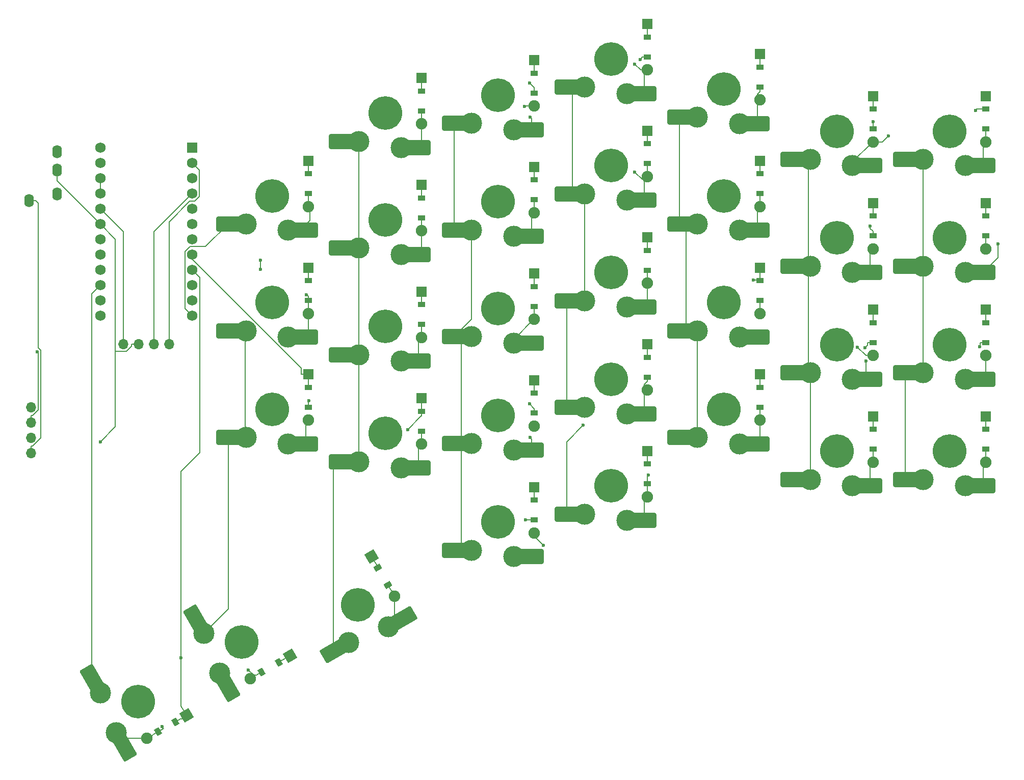
<source format=gbr>
%TF.GenerationSoftware,KiCad,Pcbnew,9.0.7*%
%TF.CreationDate,2026-01-28T22:47:06+01:00*%
%TF.ProjectId,board_right_finished,626f6172-645f-4726-9967-68745f66696e,v1.0.0*%
%TF.SameCoordinates,Original*%
%TF.FileFunction,Copper,L2,Bot*%
%TF.FilePolarity,Positive*%
%FSLAX46Y46*%
G04 Gerber Fmt 4.6, Leading zero omitted, Abs format (unit mm)*
G04 Created by KiCad (PCBNEW 9.0.7) date 2026-01-28 22:47:06*
%MOMM*%
%LPD*%
G01*
G04 APERTURE LIST*
G04 Aperture macros list*
%AMRoundRect*
0 Rectangle with rounded corners*
0 $1 Rounding radius*
0 $2 $3 $4 $5 $6 $7 $8 $9 X,Y pos of 4 corners*
0 Add a 4 corners polygon primitive as box body*
4,1,4,$2,$3,$4,$5,$6,$7,$8,$9,$2,$3,0*
0 Add four circle primitives for the rounded corners*
1,1,$1+$1,$2,$3*
1,1,$1+$1,$4,$5*
1,1,$1+$1,$6,$7*
1,1,$1+$1,$8,$9*
0 Add four rect primitives between the rounded corners*
20,1,$1+$1,$2,$3,$4,$5,0*
20,1,$1+$1,$4,$5,$6,$7,0*
20,1,$1+$1,$6,$7,$8,$9,0*
20,1,$1+$1,$8,$9,$2,$3,0*%
%AMRotRect*
0 Rectangle, with rotation*
0 The origin of the aperture is its center*
0 $1 length*
0 $2 width*
0 $3 Rotation angle, in degrees counterclockwise*
0 Add horizontal line*
21,1,$1,$2,0,0,$3*%
G04 Aperture macros list end*
%TA.AperFunction,ComponentPad*%
%ADD10R,1.778000X1.778000*%
%TD*%
%TA.AperFunction,SMDPad,CuDef*%
%ADD11R,1.200000X0.900000*%
%TD*%
%TA.AperFunction,ComponentPad*%
%ADD12C,1.905000*%
%TD*%
%TA.AperFunction,ComponentPad*%
%ADD13O,1.700000X1.700000*%
%TD*%
%TA.AperFunction,ComponentPad*%
%ADD14RotRect,1.778000X1.778000X300.000000*%
%TD*%
%TA.AperFunction,SMDPad,CuDef*%
%ADD15RotRect,0.900000X1.200000X300.000000*%
%TD*%
%TA.AperFunction,ComponentPad*%
%ADD16R,1.752600X1.752600*%
%TD*%
%TA.AperFunction,ComponentPad*%
%ADD17C,1.752600*%
%TD*%
%TA.AperFunction,ComponentPad*%
%ADD18O,1.600000X2.200000*%
%TD*%
%TA.AperFunction,ComponentPad*%
%ADD19RotRect,1.778000X1.778000X210.000000*%
%TD*%
%TA.AperFunction,SMDPad,CuDef*%
%ADD20RotRect,0.900000X1.200000X210.000000*%
%TD*%
%TA.AperFunction,ComponentPad*%
%ADD21C,5.600000*%
%TD*%
%TA.AperFunction,SMDPad,CuDef*%
%ADD22RoundRect,0.250000X-1.750000X-1.000000X1.750000X-1.000000X1.750000X1.000000X-1.750000X1.000000X0*%
%TD*%
%TA.AperFunction,ComponentPad*%
%ADD23C,3.500000*%
%TD*%
%TA.AperFunction,SMDPad,CuDef*%
%ADD24RoundRect,0.250000X-1.741025X1.015544X0.008975X-2.015544X1.741025X-1.015544X-0.008975X2.015544X0*%
%TD*%
%TA.AperFunction,SMDPad,CuDef*%
%ADD25RoundRect,0.250000X-1.015544X-1.741025X2.015544X0.008975X1.015544X1.741025X-2.015544X-0.008975X0*%
%TD*%
%TA.AperFunction,ViaPad*%
%ADD26C,0.600000*%
%TD*%
%TA.AperFunction,Conductor*%
%ADD27C,0.200000*%
%TD*%
G04 APERTURE END LIST*
D10*
%TO.P,D12,1*%
%TO.N,P21*%
X236021500Y-71590000D03*
D11*
X236021500Y-73750000D03*
%TO.P,D12,2*%
%TO.N,mirror_third_num*%
X236021500Y-77050000D03*
D12*
X236021500Y-79210000D03*
%TD*%
D10*
%TO.P,D21,1*%
%TO.N,P20*%
X198521500Y-90340000D03*
D11*
X198521500Y-92500000D03*
%TO.P,D21,2*%
%TO.N,mirror_fifth_top*%
X198521500Y-95800000D03*
D12*
X198521500Y-97960000D03*
%TD*%
D10*
%TO.P,D20,1*%
%TO.N,P19*%
X198521500Y-108090000D03*
D11*
X198521500Y-110250000D03*
%TO.P,D20,2*%
%TO.N,mirror_fifth_home*%
X198521500Y-113550000D03*
D12*
X198521500Y-115710000D03*
%TD*%
D10*
%TO.P,D29,1*%
%TO.N,P20*%
X161021500Y-89340000D03*
D11*
X161021500Y-91500000D03*
%TO.P,D29,2*%
%TO.N,mirror_seventh_top*%
X161021500Y-94800000D03*
D12*
X161021500Y-96960000D03*
%TD*%
D10*
%TO.P,D18,1*%
%TO.N,P15*%
X198521500Y-143590000D03*
D11*
X198521500Y-145750000D03*
%TO.P,D18,2*%
%TO.N,mirror_fifth_mod*%
X198521500Y-149050000D03*
D12*
X198521500Y-151210000D03*
%TD*%
D10*
%TO.P,D10,1*%
%TO.N,P19*%
X236021500Y-107090000D03*
D11*
X236021500Y-109250000D03*
%TO.P,D10,2*%
%TO.N,mirror_third_home*%
X236021500Y-112550000D03*
D12*
X236021500Y-114710000D03*
%TD*%
D13*
%TO.P,DISP1,1*%
%TO.N,P2*%
X130256500Y-119850000D03*
%TO.P,DISP1,2*%
%TO.N,P3*%
X132796500Y-119850000D03*
%TO.P,DISP1,3*%
%TO.N,VCC*%
X135336500Y-119850000D03*
%TO.P,DISP1,4*%
%TO.N,GND*%
X137876500Y-119850000D03*
%TD*%
D10*
%TO.P,D9,1*%
%TO.N,P18*%
X236021500Y-124840000D03*
D11*
X236021500Y-127000000D03*
%TO.P,D9,2*%
%TO.N,mirror_third_bottom*%
X236021500Y-130300000D03*
D12*
X236021500Y-132460000D03*
%TD*%
D10*
%TO.P,D7,1*%
%TO.N,P20*%
X254771500Y-96340000D03*
D11*
X254771500Y-98500000D03*
%TO.P,D7,2*%
%TO.N,mirror_second_top*%
X254771500Y-101800000D03*
D12*
X254771500Y-103960000D03*
%TD*%
D10*
%TO.P,D4,1*%
%TO.N,P21*%
X273521500Y-78590000D03*
D11*
X273521500Y-80750000D03*
%TO.P,D4,2*%
%TO.N,mirror_first_num*%
X273521500Y-84050000D03*
D12*
X273521500Y-86210000D03*
%TD*%
D10*
%TO.P,D27,1*%
%TO.N,P18*%
X161021500Y-124840000D03*
D11*
X161021500Y-127000000D03*
%TO.P,D27,2*%
%TO.N,mirror_seventh_bottom*%
X161021500Y-130300000D03*
D12*
X161021500Y-132460000D03*
%TD*%
D10*
%TO.P,D14,1*%
%TO.N,P18*%
X217271500Y-119840000D03*
D11*
X217271500Y-122000000D03*
%TO.P,D14,2*%
%TO.N,mirror_fourth_bottom*%
X217271500Y-125300000D03*
D12*
X217271500Y-127460000D03*
%TD*%
D10*
%TO.P,D25,1*%
%TO.N,P20*%
X179771500Y-93340000D03*
D11*
X179771500Y-95500000D03*
%TO.P,D25,2*%
%TO.N,mirror_sixth_top*%
X179771500Y-98800000D03*
D12*
X179771500Y-100960000D03*
%TD*%
D14*
%TO.P,D30,1*%
%TO.N,P15*%
X171464600Y-155118343D03*
D15*
X172544600Y-156988958D03*
%TO.P,D30,2*%
%TO.N,mirror_small_thumb_cluster*%
X174194600Y-159846842D03*
D12*
X175274600Y-161717457D03*
%TD*%
D16*
%TO.P,MCU1,1*%
%TO.N,RAW*%
X141686500Y-87180000D03*
D17*
%TO.P,MCU1,2*%
%TO.N,GND*%
X141686500Y-89720000D03*
%TO.P,MCU1,3*%
%TO.N,RST*%
X141686500Y-92260000D03*
%TO.P,MCU1,4*%
%TO.N,VCC*%
X141686500Y-94800000D03*
%TO.P,MCU1,5*%
%TO.N,P21*%
X141686500Y-97340000D03*
%TO.P,MCU1,6*%
%TO.N,P20*%
X141686500Y-99880000D03*
%TO.P,MCU1,7*%
%TO.N,P19*%
X141686500Y-102420000D03*
%TO.P,MCU1,8*%
%TO.N,P18*%
X141686500Y-104960000D03*
%TO.P,MCU1,9*%
%TO.N,P15*%
X141686500Y-107500000D03*
%TO.P,MCU1,10*%
%TO.N,P14*%
X141686500Y-110040000D03*
%TO.P,MCU1,11*%
%TO.N,P16*%
X141686500Y-112580000D03*
%TO.P,MCU1,12*%
%TO.N,P10*%
X141686500Y-115120000D03*
%TO.P,MCU1,13*%
%TO.N,P1*%
X126446500Y-87180000D03*
%TO.P,MCU1,14*%
%TO.N,P0*%
X126446500Y-89720000D03*
%TO.P,MCU1,15*%
%TO.N,GND*%
X126446500Y-92260000D03*
%TO.P,MCU1,16*%
X126446500Y-94800000D03*
%TO.P,MCU1,17*%
%TO.N,P2*%
X126446500Y-97340000D03*
%TO.P,MCU1,18*%
%TO.N,P3*%
X126446500Y-99880000D03*
%TO.P,MCU1,19*%
%TO.N,P4*%
X126446500Y-102420000D03*
%TO.P,MCU1,20*%
%TO.N,P5*%
X126446500Y-104960000D03*
%TO.P,MCU1,21*%
%TO.N,P6*%
X126446500Y-107500000D03*
%TO.P,MCU1,22*%
%TO.N,P7*%
X126446500Y-110040000D03*
%TO.P,MCU1,23*%
%TO.N,P8*%
X126446500Y-112580000D03*
%TO.P,MCU1,24*%
%TO.N,P9*%
X126446500Y-115120000D03*
%TD*%
D10*
%TO.P,D24,1*%
%TO.N,P19*%
X179771500Y-111090000D03*
D11*
X179771500Y-113250000D03*
%TO.P,D24,2*%
%TO.N,mirror_sixth_home*%
X179771500Y-116550000D03*
D12*
X179771500Y-118710000D03*
%TD*%
D18*
%TO.P,TRRS1,2*%
%TO.N,GND*%
X119221500Y-87850000D03*
%TO.P,TRRS1,3*%
%TO.N,P3*%
X119221500Y-90850000D03*
%TO.P,TRRS1,4*%
%TO.N,VCC*%
X119221500Y-94850000D03*
%TO.P,TRRS1,5*%
%TO.N,P2*%
X114621500Y-95950000D03*
%TD*%
D10*
%TO.P,D11,1*%
%TO.N,P20*%
X236021500Y-89340000D03*
D11*
X236021500Y-91500000D03*
%TO.P,D11,2*%
%TO.N,mirror_third_top*%
X236021500Y-94800000D03*
D12*
X236021500Y-96960000D03*
%TD*%
D10*
%TO.P,D13,1*%
%TO.N,P15*%
X217271500Y-137590000D03*
D11*
X217271500Y-139750000D03*
%TO.P,D13,2*%
%TO.N,mirror_fourth_mod*%
X217271500Y-143050000D03*
D12*
X217271500Y-145210000D03*
%TD*%
D10*
%TO.P,D6,1*%
%TO.N,P19*%
X254771500Y-114090000D03*
D11*
X254771500Y-116250000D03*
%TO.P,D6,2*%
%TO.N,mirror_second_home*%
X254771500Y-119550000D03*
D12*
X254771500Y-121710000D03*
%TD*%
D19*
%TO.P,D32,1*%
%TO.N,P15*%
X140785457Y-181560500D03*
D20*
X138914842Y-182640500D03*
%TO.P,D32,2*%
%TO.N,mirror_big_thumb_cluster*%
X136056958Y-184290500D03*
D12*
X134186343Y-185370500D03*
%TD*%
D10*
%TO.P,D22,1*%
%TO.N,P21*%
X198521500Y-72590000D03*
D11*
X198521500Y-74750000D03*
%TO.P,D22,2*%
%TO.N,mirror_fifth_num*%
X198521500Y-78050000D03*
D12*
X198521500Y-80210000D03*
%TD*%
D10*
%TO.P,D5,1*%
%TO.N,P18*%
X254771500Y-131840000D03*
D11*
X254771500Y-134000000D03*
%TO.P,D5,2*%
%TO.N,mirror_second_bottom*%
X254771500Y-137300000D03*
D12*
X254771500Y-139460000D03*
%TD*%
D10*
%TO.P,D3,1*%
%TO.N,P20*%
X273521500Y-96340000D03*
D11*
X273521500Y-98500000D03*
%TO.P,D3,2*%
%TO.N,mirror_first_top*%
X273521500Y-101800000D03*
D12*
X273521500Y-103960000D03*
%TD*%
D10*
%TO.P,D15,1*%
%TO.N,P19*%
X217271500Y-102090000D03*
D11*
X217271500Y-104250000D03*
%TO.P,D15,2*%
%TO.N,mirror_fourth_home*%
X217271500Y-107550000D03*
D12*
X217271500Y-109710000D03*
%TD*%
D10*
%TO.P,D23,1*%
%TO.N,P18*%
X179771500Y-128840000D03*
D11*
X179771500Y-131000000D03*
%TO.P,D23,2*%
%TO.N,mirror_sixth_bottom*%
X179771500Y-134300000D03*
D12*
X179771500Y-136460000D03*
%TD*%
D10*
%TO.P,D19,1*%
%TO.N,P18*%
X198521500Y-125840000D03*
D11*
X198521500Y-128000000D03*
%TO.P,D19,2*%
%TO.N,mirror_fifth_bottom*%
X198521500Y-131300000D03*
D12*
X198521500Y-133460000D03*
%TD*%
D10*
%TO.P,D26,1*%
%TO.N,P21*%
X179771500Y-75590000D03*
D11*
X179771500Y-77750000D03*
%TO.P,D26,2*%
%TO.N,mirror_sixth_num*%
X179771500Y-81050000D03*
D12*
X179771500Y-83210000D03*
%TD*%
D19*
%TO.P,D31,1*%
%TO.N,P15*%
X157932757Y-171660500D03*
D20*
X156062142Y-172740500D03*
%TO.P,D31,2*%
%TO.N,mirror_medium_thumb_cluster*%
X153204258Y-174390500D03*
D12*
X151333643Y-175470500D03*
%TD*%
D10*
%TO.P,D28,1*%
%TO.N,P19*%
X161021500Y-107090000D03*
D11*
X161021500Y-109250000D03*
%TO.P,D28,2*%
%TO.N,mirror_seventh_home*%
X161021500Y-112550000D03*
D12*
X161021500Y-114710000D03*
%TD*%
D10*
%TO.P,D8,1*%
%TO.N,P21*%
X254771500Y-78590000D03*
D11*
X254771500Y-80750000D03*
%TO.P,D8,2*%
%TO.N,mirror_second_num*%
X254771500Y-84050000D03*
D12*
X254771500Y-86210000D03*
%TD*%
D10*
%TO.P,D16,1*%
%TO.N,P20*%
X217271500Y-84340000D03*
D11*
X217271500Y-86500000D03*
%TO.P,D16,2*%
%TO.N,mirror_fourth_top*%
X217271500Y-89800000D03*
D12*
X217271500Y-91960000D03*
%TD*%
D10*
%TO.P,D17,1*%
%TO.N,P21*%
X217271500Y-66590000D03*
D11*
X217271500Y-68750000D03*
%TO.P,D17,2*%
%TO.N,mirror_fourth_num*%
X217271500Y-72050000D03*
D12*
X217271500Y-74210000D03*
%TD*%
D13*
%TO.P,I2COut,1*%
%TO.N,GND*%
X114946500Y-130300000D03*
%TO.P,I2COut,2*%
%TO.N,VCC*%
X114946500Y-132840000D03*
%TO.P,I2COut,3*%
%TO.N,P3*%
X114946500Y-135380000D03*
%TO.P,I2COut,4*%
%TO.N,P2*%
X114946500Y-137920000D03*
%TD*%
D10*
%TO.P,D1,1*%
%TO.N,P18*%
X273521500Y-131840000D03*
D11*
X273521500Y-134000000D03*
%TO.P,D1,2*%
%TO.N,mirror_first_bottom*%
X273521500Y-137300000D03*
D12*
X273521500Y-139460000D03*
%TD*%
D10*
%TO.P,D2,1*%
%TO.N,P19*%
X273521500Y-114090000D03*
D11*
X273521500Y-116250000D03*
%TO.P,D2,2*%
%TO.N,mirror_first_home*%
X273521500Y-119550000D03*
D12*
X273521500Y-121710000D03*
%TD*%
D21*
%TO.P,S22,*%
%TO.N,*%
X192521500Y-78400000D03*
D22*
%TO.P,S22,1*%
%TO.N,P9*%
X185171500Y-83100000D03*
D23*
X188121500Y-83100000D03*
%TO.P,S22,2*%
%TO.N,mirror_fifth_num*%
X195121500Y-84150000D03*
D22*
X198071500Y-84150000D03*
%TD*%
D21*
%TO.P,S17,*%
%TO.N,*%
X211271500Y-72400000D03*
D22*
%TO.P,S17,1*%
%TO.N,P8*%
X203921500Y-77100000D03*
D23*
X206871500Y-77100000D03*
%TO.P,S17,2*%
%TO.N,mirror_fourth_num*%
X213871500Y-78150000D03*
D22*
X216821500Y-78150000D03*
%TD*%
D21*
%TO.P,S9,*%
%TO.N,*%
X230021500Y-130650000D03*
D22*
%TO.P,S9,1*%
%TO.N,P7*%
X222671500Y-135350000D03*
D23*
X225621500Y-135350000D03*
%TO.P,S9,2*%
%TO.N,mirror_third_bottom*%
X232621500Y-136400000D03*
D22*
X235571500Y-136400000D03*
%TD*%
D21*
%TO.P,S12,*%
%TO.N,*%
X230021500Y-77400000D03*
D22*
%TO.P,S12,1*%
%TO.N,P7*%
X222671500Y-82100000D03*
D23*
X225621500Y-82100000D03*
%TO.P,S12,2*%
%TO.N,mirror_third_num*%
X232621500Y-83150000D03*
D22*
X235571500Y-83150000D03*
%TD*%
D21*
%TO.P,S6,*%
%TO.N,*%
X248771500Y-119900000D03*
D22*
%TO.P,S6,1*%
%TO.N,P6*%
X241421500Y-124600000D03*
D23*
X244371500Y-124600000D03*
%TO.P,S6,2*%
%TO.N,mirror_second_home*%
X251371500Y-125650000D03*
D22*
X254321500Y-125650000D03*
%TD*%
D21*
%TO.P,S32,*%
%TO.N,*%
X132753800Y-179269400D03*
D24*
%TO.P,S32,1*%
%TO.N,P7*%
X125008481Y-175254113D03*
D23*
X126483481Y-177808888D03*
%TO.P,S32,2*%
%TO.N,mirror_big_thumb_cluster*%
X129074154Y-184396066D03*
D24*
X130549154Y-186950841D03*
%TD*%
D21*
%TO.P,S1,*%
%TO.N,*%
X267521500Y-137650000D03*
D22*
%TO.P,S1,1*%
%TO.N,P5*%
X260171500Y-142350000D03*
D23*
X263121500Y-142350000D03*
%TO.P,S1,2*%
%TO.N,mirror_first_bottom*%
X270121500Y-143400000D03*
D22*
X273071500Y-143400000D03*
%TD*%
D21*
%TO.P,S14,*%
%TO.N,*%
X211271500Y-125650000D03*
D22*
%TO.P,S14,1*%
%TO.N,P8*%
X203921500Y-130350000D03*
D23*
X206871500Y-130350000D03*
%TO.P,S14,2*%
%TO.N,mirror_fourth_bottom*%
X213871500Y-131400000D03*
D22*
X216821500Y-131400000D03*
%TD*%
D21*
%TO.P,S13,*%
%TO.N,*%
X211271500Y-143400000D03*
D22*
%TO.P,S13,1*%
%TO.N,P8*%
X203921500Y-148100000D03*
D23*
X206871500Y-148100000D03*
%TO.P,S13,2*%
%TO.N,mirror_fourth_mod*%
X213871500Y-149150000D03*
D22*
X216821500Y-149150000D03*
%TD*%
D21*
%TO.P,S5,*%
%TO.N,*%
X248771500Y-137650000D03*
D22*
%TO.P,S5,1*%
%TO.N,P6*%
X241421500Y-142350000D03*
D23*
X244371500Y-142350000D03*
%TO.P,S5,2*%
%TO.N,mirror_second_bottom*%
X251371500Y-143400000D03*
D22*
X254321500Y-143400000D03*
%TD*%
D21*
%TO.P,S20,*%
%TO.N,*%
X192521500Y-113900000D03*
D22*
%TO.P,S20,1*%
%TO.N,P9*%
X185171500Y-118600000D03*
D23*
X188121500Y-118600000D03*
%TO.P,S20,2*%
%TO.N,mirror_fifth_home*%
X195121500Y-119650000D03*
D22*
X198071500Y-119650000D03*
%TD*%
D21*
%TO.P,S30,*%
%TO.N,*%
X169173400Y-163150000D03*
D25*
%TO.P,S30,1*%
%TO.N,P4*%
X165158113Y-170895319D03*
D23*
X167712888Y-169420319D03*
%TO.P,S30,2*%
%TO.N,mirror_small_thumb_cluster*%
X174300066Y-166829646D03*
D25*
X176854841Y-165354646D03*
%TD*%
D21*
%TO.P,S15,*%
%TO.N,*%
X211271500Y-107900000D03*
D22*
%TO.P,S15,1*%
%TO.N,P8*%
X203921500Y-112600000D03*
D23*
X206871500Y-112600000D03*
%TO.P,S15,2*%
%TO.N,mirror_fourth_home*%
X213871500Y-113650000D03*
D22*
X216821500Y-113650000D03*
%TD*%
D21*
%TO.P,S3,*%
%TO.N,*%
X267521500Y-102150000D03*
D22*
%TO.P,S3,1*%
%TO.N,P5*%
X260171500Y-106850000D03*
D23*
X263121500Y-106850000D03*
%TO.P,S3,2*%
%TO.N,mirror_first_top*%
X270121500Y-107900000D03*
D22*
X273071500Y-107900000D03*
%TD*%
D21*
%TO.P,S8,*%
%TO.N,*%
X248771500Y-84400000D03*
D22*
%TO.P,S8,1*%
%TO.N,P6*%
X241421500Y-89100000D03*
D23*
X244371500Y-89100000D03*
%TO.P,S8,2*%
%TO.N,mirror_second_num*%
X251371500Y-90150000D03*
D22*
X254321500Y-90150000D03*
%TD*%
D21*
%TO.P,S26,*%
%TO.N,*%
X173771500Y-81400000D03*
D22*
%TO.P,S26,1*%
%TO.N,P4*%
X166421500Y-86100000D03*
D23*
X169371500Y-86100000D03*
%TO.P,S26,2*%
%TO.N,mirror_sixth_num*%
X176371500Y-87150000D03*
D22*
X179321500Y-87150000D03*
%TD*%
D21*
%TO.P,S28,*%
%TO.N,*%
X155021500Y-112900000D03*
D22*
%TO.P,S28,1*%
%TO.N,P10*%
X147671500Y-117600000D03*
D23*
X150621500Y-117600000D03*
%TO.P,S28,2*%
%TO.N,mirror_seventh_home*%
X157621500Y-118650000D03*
D22*
X160571500Y-118650000D03*
%TD*%
D21*
%TO.P,S29,*%
%TO.N,*%
X155021500Y-95150000D03*
D22*
%TO.P,S29,1*%
%TO.N,P10*%
X147671500Y-99850000D03*
D23*
X150621500Y-99850000D03*
%TO.P,S29,2*%
%TO.N,mirror_seventh_top*%
X157621500Y-100900000D03*
D22*
X160571500Y-100900000D03*
%TD*%
D21*
%TO.P,S18,*%
%TO.N,*%
X192521500Y-149400000D03*
D22*
%TO.P,S18,1*%
%TO.N,P9*%
X185171500Y-154100000D03*
D23*
X188121500Y-154100000D03*
%TO.P,S18,2*%
%TO.N,mirror_fifth_mod*%
X195121500Y-155150000D03*
D22*
X198071500Y-155150000D03*
%TD*%
D21*
%TO.P,S10,*%
%TO.N,*%
X230021500Y-112900000D03*
D22*
%TO.P,S10,1*%
%TO.N,P7*%
X222671500Y-117600000D03*
D23*
X225621500Y-117600000D03*
%TO.P,S10,2*%
%TO.N,mirror_third_home*%
X232621500Y-118650000D03*
D22*
X235571500Y-118650000D03*
%TD*%
D21*
%TO.P,S2,*%
%TO.N,*%
X267521500Y-119900000D03*
D22*
%TO.P,S2,1*%
%TO.N,P5*%
X260171500Y-124600000D03*
D23*
X263121500Y-124600000D03*
%TO.P,S2,2*%
%TO.N,mirror_first_home*%
X270121500Y-125650000D03*
D22*
X273071500Y-125650000D03*
%TD*%
D21*
%TO.P,S16,*%
%TO.N,*%
X211271500Y-90150000D03*
D22*
%TO.P,S16,1*%
%TO.N,P8*%
X203921500Y-94850000D03*
D23*
X206871500Y-94850000D03*
%TO.P,S16,2*%
%TO.N,mirror_fourth_top*%
X213871500Y-95900000D03*
D22*
X216821500Y-95900000D03*
%TD*%
D21*
%TO.P,S11,*%
%TO.N,*%
X230021500Y-95150000D03*
D22*
%TO.P,S11,1*%
%TO.N,P7*%
X222671500Y-99850000D03*
D23*
X225621500Y-99850000D03*
%TO.P,S11,2*%
%TO.N,mirror_third_top*%
X232621500Y-100900000D03*
D22*
X235571500Y-100900000D03*
%TD*%
D21*
%TO.P,S4,*%
%TO.N,*%
X267521500Y-84400000D03*
D22*
%TO.P,S4,1*%
%TO.N,P5*%
X260171500Y-89100000D03*
D23*
X263121500Y-89100000D03*
%TO.P,S4,2*%
%TO.N,mirror_first_num*%
X270121500Y-90150000D03*
D22*
X273071500Y-90150000D03*
%TD*%
D21*
%TO.P,S7,*%
%TO.N,*%
X248771500Y-102150000D03*
D22*
%TO.P,S7,1*%
%TO.N,P6*%
X241421500Y-106850000D03*
D23*
X244371500Y-106850000D03*
%TO.P,S7,2*%
%TO.N,mirror_second_top*%
X251371500Y-107900000D03*
D22*
X254321500Y-107900000D03*
%TD*%
D21*
%TO.P,S31,*%
%TO.N,*%
X149901100Y-169369400D03*
D24*
%TO.P,S31,1*%
%TO.N,P10*%
X142155781Y-165354113D03*
D23*
X143630781Y-167908888D03*
%TO.P,S31,2*%
%TO.N,mirror_medium_thumb_cluster*%
X146221454Y-174496066D03*
D24*
X147696454Y-177050841D03*
%TD*%
D21*
%TO.P,S24,*%
%TO.N,*%
X173771500Y-116900000D03*
D22*
%TO.P,S24,1*%
%TO.N,P4*%
X166421500Y-121600000D03*
D23*
X169371500Y-121600000D03*
%TO.P,S24,2*%
%TO.N,mirror_sixth_home*%
X176371500Y-122650000D03*
D22*
X179321500Y-122650000D03*
%TD*%
D21*
%TO.P,S25,*%
%TO.N,*%
X173771500Y-99150000D03*
D22*
%TO.P,S25,1*%
%TO.N,P4*%
X166421500Y-103850000D03*
D23*
X169371500Y-103850000D03*
%TO.P,S25,2*%
%TO.N,mirror_sixth_top*%
X176371500Y-104900000D03*
D22*
X179321500Y-104900000D03*
%TD*%
D21*
%TO.P,S19,*%
%TO.N,*%
X192521500Y-131650000D03*
D22*
%TO.P,S19,1*%
%TO.N,P9*%
X185171500Y-136350000D03*
D23*
X188121500Y-136350000D03*
%TO.P,S19,2*%
%TO.N,mirror_fifth_bottom*%
X195121500Y-137400000D03*
D22*
X198071500Y-137400000D03*
%TD*%
D21*
%TO.P,S27,*%
%TO.N,*%
X155021500Y-130650000D03*
D22*
%TO.P,S27,1*%
%TO.N,P10*%
X147671500Y-135350000D03*
D23*
X150621500Y-135350000D03*
%TO.P,S27,2*%
%TO.N,mirror_seventh_bottom*%
X157621500Y-136400000D03*
D22*
X160571500Y-136400000D03*
%TD*%
D21*
%TO.P,S21,*%
%TO.N,*%
X192521500Y-96150000D03*
D22*
%TO.P,S21,1*%
%TO.N,P9*%
X185171500Y-100850000D03*
D23*
X188121500Y-100850000D03*
%TO.P,S21,2*%
%TO.N,mirror_fifth_top*%
X195121500Y-101900000D03*
D22*
X198071500Y-101900000D03*
%TD*%
D21*
%TO.P,S23,*%
%TO.N,*%
X173771500Y-134650000D03*
D22*
%TO.P,S23,1*%
%TO.N,P4*%
X166421500Y-139350000D03*
D23*
X169371500Y-139350000D03*
%TO.P,S23,2*%
%TO.N,mirror_sixth_bottom*%
X176371500Y-140400000D03*
D22*
X179321500Y-140400000D03*
%TD*%
D26*
%TO.N,mirror_first_home*%
X272466100Y-120279000D03*
%TO.N,mirror_first_top*%
X275571100Y-103162200D03*
%TO.N,P6*%
X153052100Y-107419000D03*
X153052100Y-105823700D03*
%TO.N,mirror_second_home*%
X253576800Y-122631500D03*
X253460900Y-120418700D03*
X252205000Y-120334900D03*
%TO.N,mirror_second_top*%
X254327900Y-100150000D03*
%TO.N,mirror_second_num*%
X254771500Y-82843600D03*
X257306600Y-85219200D03*
%TO.N,P8*%
X206668700Y-133331200D03*
%TO.N,mirror_fourth_mod*%
X217482800Y-141571700D03*
%TO.N,mirror_fourth_top*%
X215217200Y-91200200D03*
%TO.N,mirror_fourth_num*%
X216094400Y-72509700D03*
X215217200Y-73257200D03*
%TO.N,mirror_fifth_mod*%
X200017400Y-153257400D03*
X197082400Y-149057500D03*
%TO.N,mirror_fifth_bottom*%
X197732600Y-129715700D03*
X197783700Y-135355800D03*
%TO.N,mirror_fifth_num*%
X196906100Y-80274500D03*
X197732600Y-76400000D03*
X197783700Y-82030800D03*
%TO.N,mirror_seventh_bottom*%
X161060200Y-129215700D03*
%TO.N,mirror_seventh_home*%
X160674800Y-111583700D03*
%TO.N,mirror_medium_thumb_cluster*%
X150971900Y-173978500D03*
%TO.N,mirror_big_thumb_cluster*%
X136717600Y-183404000D03*
%TO.N,P18*%
X177471300Y-134026300D03*
%TO.N,P19*%
X234917000Y-109143200D03*
%TO.N,P21*%
X271816100Y-80966700D03*
%TO.N,P15*%
X139822800Y-171943700D03*
%TO.N,VCC*%
X115928000Y-121105200D03*
%TO.N,P3*%
X126420800Y-136057700D03*
%TD*%
D27*
%TO.N,P5*%
X260171500Y-106850000D02*
X263121500Y-106850000D01*
X260171500Y-124600000D02*
X263121500Y-124600000D01*
X260171500Y-89100000D02*
X263121500Y-89100000D01*
X263121500Y-124600000D02*
X263121500Y-106850000D01*
X263121500Y-106850000D02*
X263121500Y-89100000D01*
X260171500Y-142350000D02*
X260171500Y-124600000D01*
X263121500Y-142350000D02*
X260171500Y-142350000D01*
%TO.N,mirror_first_bottom*%
X273071500Y-143400000D02*
X273071500Y-139910000D01*
X273071500Y-139910000D02*
X273521500Y-139460000D01*
X270121500Y-143400000D02*
X273071500Y-143400000D01*
X273521500Y-137300000D02*
X273521500Y-139460000D01*
%TO.N,GND*%
X142870000Y-95290900D02*
X142870000Y-90903500D01*
X126446500Y-94800000D02*
X126446500Y-92260000D01*
X142090800Y-96070100D02*
X142870000Y-95290900D01*
X141290500Y-96070100D02*
X142090800Y-96070100D01*
X137876500Y-99484100D02*
X141290500Y-96070100D01*
X137876500Y-119850000D02*
X137876500Y-99484100D01*
X142870000Y-90903500D02*
X141686500Y-89720000D01*
%TO.N,mirror_first_home*%
X273071500Y-125650000D02*
X273521500Y-125200000D01*
X273521500Y-125200000D02*
X273521500Y-121710000D01*
X272619800Y-120125300D02*
X272619800Y-119550000D01*
X272466100Y-120279000D02*
X272619800Y-120125300D01*
X273521500Y-119550000D02*
X272619800Y-119550000D01*
X270121500Y-125650000D02*
X273071500Y-125650000D01*
%TO.N,mirror_first_top*%
X275571100Y-105400400D02*
X275571100Y-103162200D01*
X273521500Y-103960000D02*
X273521500Y-101800000D01*
X270121500Y-107900000D02*
X273071500Y-107900000D01*
X273071500Y-107900000D02*
X275571100Y-105400400D01*
%TO.N,mirror_first_num*%
X273071500Y-86660000D02*
X273521500Y-86210000D01*
X273521500Y-84050000D02*
X273521500Y-84801700D01*
X273521500Y-86210000D02*
X273521500Y-84801700D01*
X270121500Y-90150000D02*
X273071500Y-90150000D01*
X273071500Y-90150000D02*
X273071500Y-86660000D01*
%TO.N,P6*%
X241421500Y-106850000D02*
X244057300Y-106850000D01*
X244371500Y-89100000D02*
X244057300Y-89100000D01*
X244371500Y-124600000D02*
X244057300Y-124600000D01*
X244057300Y-124600000D02*
X244057300Y-106850000D01*
X244057300Y-89100000D02*
X241421500Y-89100000D01*
X244057300Y-106850000D02*
X244371500Y-106850000D01*
X153052100Y-105823700D02*
X153052100Y-107419000D01*
X244371500Y-124600000D02*
X244371500Y-142350000D01*
X244057300Y-124600000D02*
X241421500Y-124600000D01*
X244371500Y-142350000D02*
X241421500Y-142350000D01*
X244057300Y-106850000D02*
X244057300Y-89100000D01*
%TO.N,mirror_second_bottom*%
X254321500Y-143400000D02*
X251371500Y-143400000D01*
X254771500Y-139460000D02*
X254771500Y-137300000D01*
X254321500Y-143400000D02*
X254321500Y-139910000D01*
X254321500Y-139910000D02*
X254771500Y-139460000D01*
%TO.N,mirror_second_home*%
X253460900Y-120418700D02*
X253869800Y-120009800D01*
X254771500Y-121710000D02*
X253580100Y-121710000D01*
X253580100Y-121710000D02*
X252205000Y-120334900D01*
X253576800Y-122631500D02*
X253576800Y-124905300D01*
X251371500Y-125650000D02*
X252832100Y-125650000D01*
X252832100Y-125650000D02*
X253576800Y-124905300D01*
X253869800Y-120009800D02*
X253869800Y-119550000D01*
X253576800Y-124905300D02*
X254321500Y-125650000D01*
X254771500Y-119550000D02*
X253869800Y-119550000D01*
%TO.N,mirror_second_top*%
X254321500Y-107900000D02*
X254321500Y-104410000D01*
X251371500Y-107900000D02*
X254321500Y-107900000D01*
X254327900Y-100150000D02*
X254327900Y-100604700D01*
X254771500Y-101800000D02*
X254771500Y-101048300D01*
X254321500Y-104410000D02*
X254771500Y-103960000D01*
X254327900Y-100604700D02*
X254771500Y-101048300D01*
%TO.N,mirror_second_num*%
X254694400Y-86210000D02*
X254771500Y-86210000D01*
X254771500Y-86210000D02*
X256315800Y-86210000D01*
X254771500Y-84050000D02*
X254771500Y-83298300D01*
X251371500Y-90150000D02*
X251371500Y-89532900D01*
X254771500Y-82843600D02*
X254771500Y-83298300D01*
X251371500Y-90150000D02*
X254321500Y-90150000D01*
X256315800Y-86210000D02*
X257306600Y-85219200D01*
X251371500Y-89532900D02*
X254694400Y-86210000D01*
%TO.N,P7*%
X125008500Y-176333900D02*
X125008500Y-175254100D01*
X223764300Y-117600000D02*
X225621500Y-117600000D01*
X126483500Y-177808900D02*
X125008500Y-176333900D01*
X222671500Y-117600000D02*
X223764300Y-117600000D01*
X125008500Y-111478000D02*
X126446500Y-110040000D01*
X225621500Y-135350000D02*
X225621500Y-117600000D01*
X222671500Y-82100000D02*
X222671500Y-99850000D01*
X222671500Y-135350000D02*
X225621500Y-135350000D01*
X223764300Y-99850000D02*
X222671500Y-99850000D01*
X222671500Y-82100000D02*
X225621500Y-82100000D01*
X223764300Y-99850000D02*
X223764300Y-117600000D01*
X125008500Y-175254100D02*
X125008500Y-111478000D01*
X225621500Y-99850000D02*
X223764300Y-99850000D01*
%TO.N,mirror_third_bottom*%
X236021500Y-135950000D02*
X236021500Y-132460000D01*
X232621500Y-136400000D02*
X235571500Y-136400000D01*
X236021500Y-130300000D02*
X236021500Y-132460000D01*
X235571500Y-136400000D02*
X236021500Y-135950000D01*
%TO.N,mirror_third_home*%
X236021500Y-114710000D02*
X236021500Y-112550000D01*
X235571500Y-118650000D02*
X232621500Y-118650000D01*
%TO.N,mirror_third_top*%
X236021500Y-96960000D02*
X236021500Y-94800000D01*
X232621500Y-100900000D02*
X235571500Y-100900000D01*
X235571500Y-97410000D02*
X236021500Y-96960000D01*
X235571500Y-100900000D02*
X235571500Y-97410000D01*
%TO.N,mirror_third_num*%
X235571500Y-83150000D02*
X235571500Y-79954200D01*
X235571500Y-78251700D02*
X236021500Y-77801700D01*
X236021500Y-77050000D02*
X236021500Y-77801700D01*
X235571500Y-79954200D02*
X235571500Y-79660000D01*
X235571500Y-79660000D02*
X236021500Y-79210000D01*
X235571500Y-79954200D02*
X235571500Y-78251700D01*
X232621500Y-83150000D02*
X235571500Y-83150000D01*
%TO.N,P8*%
X203921500Y-136078400D02*
X203921500Y-148100000D01*
X203921500Y-130350000D02*
X203921500Y-112600000D01*
X206871500Y-112600000D02*
X203921500Y-112600000D01*
X203921500Y-130350000D02*
X206871500Y-130350000D01*
X206871500Y-148100000D02*
X203921500Y-148100000D01*
X206668700Y-133331200D02*
X203921500Y-136078400D01*
X203921500Y-77100000D02*
X204862200Y-77100000D01*
X206871500Y-112600000D02*
X206871500Y-94850000D01*
X204862200Y-77100000D02*
X204862200Y-94850000D01*
X206871500Y-94850000D02*
X204862200Y-94850000D01*
X204862200Y-77100000D02*
X206871500Y-77100000D01*
X204862200Y-94850000D02*
X203921500Y-94850000D01*
%TO.N,mirror_fourth_mod*%
X217271500Y-145210000D02*
X217271500Y-143050000D01*
X216821500Y-149150000D02*
X216821500Y-145660000D01*
X217271500Y-141783000D02*
X217482800Y-141571700D01*
X213871500Y-149150000D02*
X216821500Y-149150000D01*
X217271500Y-143050000D02*
X217271500Y-141783000D01*
X216821500Y-145660000D02*
X217271500Y-145210000D01*
%TO.N,mirror_fourth_bottom*%
X216821500Y-127910000D02*
X217271500Y-127460000D01*
X216821500Y-128204200D02*
X216821500Y-126501700D01*
X217271500Y-125300000D02*
X217271500Y-126051700D01*
X216821500Y-126501700D02*
X217271500Y-126051700D01*
X216821500Y-128204200D02*
X216821500Y-127910000D01*
X213871500Y-131400000D02*
X216821500Y-131400000D01*
X216821500Y-131400000D02*
X216821500Y-128204200D01*
%TO.N,mirror_fourth_home*%
X217271500Y-113200000D02*
X217271500Y-109710000D01*
X213871500Y-113650000D02*
X216821500Y-113650000D01*
X217271500Y-107550000D02*
X217271500Y-109710000D01*
X216821500Y-113650000D02*
X217271500Y-113200000D01*
%TO.N,mirror_fourth_top*%
X217271500Y-89800000D02*
X217271500Y-90551700D01*
X213871500Y-95900000D02*
X216821500Y-95900000D01*
X216821500Y-95900000D02*
X216821500Y-92410000D01*
X216821500Y-92410000D02*
X216427000Y-92410000D01*
X216427000Y-92410000D02*
X215217200Y-91200200D01*
X216821500Y-92410000D02*
X217271500Y-91960000D01*
X217271500Y-91960000D02*
X217271500Y-90551700D01*
%TO.N,mirror_fourth_num*%
X213871500Y-78150000D02*
X216821500Y-78150000D01*
X216094400Y-72509700D02*
X216369800Y-72234300D01*
X216821500Y-74210000D02*
X216170000Y-74210000D01*
X217271500Y-74210000D02*
X216821500Y-74210000D01*
X216821500Y-78150000D02*
X216821500Y-74210000D01*
X216170000Y-74210000D02*
X215217200Y-73257200D01*
X217271500Y-72050000D02*
X216369800Y-72050000D01*
X216369800Y-72234300D02*
X216369800Y-72050000D01*
%TO.N,P9*%
X185171500Y-100850000D02*
X185171500Y-83100000D01*
X185171500Y-154100000D02*
X186383300Y-154100000D01*
X186383300Y-154100000D02*
X186383300Y-136350000D01*
X188121500Y-115650000D02*
X188121500Y-100850000D01*
X186383300Y-136350000D02*
X185171500Y-136350000D01*
X188121500Y-100850000D02*
X185171500Y-100850000D01*
X188121500Y-136350000D02*
X186383300Y-136350000D01*
X185171500Y-118600000D02*
X188121500Y-115650000D01*
X185171500Y-83100000D02*
X188121500Y-83100000D01*
X186383300Y-118600000D02*
X188121500Y-118600000D01*
X186383300Y-154100000D02*
X188121500Y-154100000D01*
X186383300Y-118600000D02*
X186383300Y-136350000D01*
X185171500Y-118600000D02*
X186383300Y-118600000D01*
%TO.N,mirror_fifth_mod*%
X195121500Y-155150000D02*
X198071500Y-155150000D01*
X198521500Y-149050000D02*
X197089900Y-149050000D01*
X197089900Y-149050000D02*
X197082400Y-149057500D01*
X198521500Y-151761500D02*
X198521500Y-151210000D01*
X200017400Y-153257400D02*
X198521500Y-151761500D01*
%TO.N,mirror_fifth_bottom*%
X198071500Y-135643600D02*
X198071500Y-137400000D01*
X195121500Y-137400000D02*
X198071500Y-137400000D01*
X197783700Y-135355800D02*
X198071500Y-135643600D01*
X198521500Y-131300000D02*
X198521500Y-130548300D01*
X197732600Y-129759400D02*
X198521500Y-130548300D01*
X197732600Y-129715700D02*
X197732600Y-129759400D01*
%TO.N,mirror_fifth_home*%
X198521500Y-113550000D02*
X198521500Y-115710000D01*
X195121500Y-119650000D02*
X198071500Y-119650000D01*
X195121500Y-119032900D02*
X198444400Y-115710000D01*
X195121500Y-119650000D02*
X195121500Y-119032900D01*
X198444400Y-115710000D02*
X198521500Y-115710000D01*
%TO.N,mirror_fifth_top*%
X198071500Y-101900000D02*
X198071500Y-98410000D01*
X198521500Y-97960000D02*
X198521500Y-95800000D01*
X198071500Y-98410000D02*
X198521500Y-97960000D01*
X195121500Y-101900000D02*
X198071500Y-101900000D01*
%TO.N,mirror_fifth_num*%
X196970600Y-80210000D02*
X196906100Y-80274500D01*
X198521500Y-77188900D02*
X197732600Y-76400000D01*
X198071500Y-82318600D02*
X198071500Y-84150000D01*
X197783700Y-82030800D02*
X198071500Y-82318600D01*
X198521500Y-80210000D02*
X196970600Y-80210000D01*
X198521500Y-78050000D02*
X198521500Y-77188900D01*
X195121500Y-84150000D02*
X198071500Y-84150000D01*
%TO.N,P4*%
X165158100Y-170895300D02*
X165158100Y-140613400D01*
X166421500Y-86100000D02*
X169371500Y-86100000D01*
X169371500Y-103850000D02*
X169371500Y-86100000D01*
X169371500Y-121600000D02*
X169371500Y-103850000D01*
X167712900Y-169420300D02*
X166633100Y-169420300D01*
X166633100Y-169420300D02*
X165158100Y-170895300D01*
X165158100Y-140613400D02*
X166421500Y-139350000D01*
X169371500Y-139350000D02*
X166421500Y-139350000D01*
X169371500Y-139350000D02*
X169371500Y-121600000D01*
X169371500Y-103850000D02*
X166421500Y-103850000D01*
X166421500Y-121600000D02*
X169371500Y-121600000D01*
%TO.N,mirror_sixth_bottom*%
X179321500Y-136910000D02*
X179771500Y-136460000D01*
X179321500Y-140400000D02*
X179321500Y-136910000D01*
X179771500Y-134300000D02*
X179771500Y-136460000D01*
X176371500Y-140400000D02*
X179321500Y-140400000D01*
%TO.N,mirror_sixth_home*%
X179771500Y-116550000D02*
X179771500Y-117301700D01*
X179321500Y-122650000D02*
X179321500Y-119160000D01*
X179321500Y-119160000D02*
X179771500Y-118710000D01*
X179321500Y-122650000D02*
X176371500Y-122650000D01*
X179771500Y-117301700D02*
X179771500Y-118710000D01*
%TO.N,mirror_sixth_top*%
X179771500Y-98800000D02*
X179771500Y-100960000D01*
X179771500Y-104450000D02*
X179321500Y-104900000D01*
X176371500Y-104900000D02*
X179321500Y-104900000D01*
X179771500Y-100960000D02*
X179771500Y-104450000D01*
%TO.N,mirror_sixth_num*%
X179321500Y-87150000D02*
X179771500Y-86700000D01*
X179771500Y-86700000D02*
X179771500Y-83210000D01*
X176371500Y-87150000D02*
X179321500Y-87150000D01*
X179771500Y-81050000D02*
X179771500Y-83210000D01*
%TO.N,P10*%
X141686500Y-115120000D02*
X140474300Y-113907800D01*
X150478600Y-135350000D02*
X147671500Y-135350000D01*
X150621500Y-99850000D02*
X147671500Y-99850000D01*
X147671500Y-163868200D02*
X147671500Y-135350000D01*
X150478600Y-117600000D02*
X150621500Y-117600000D01*
X143923500Y-103598000D02*
X147671500Y-99850000D01*
X143630800Y-167908900D02*
X147671500Y-163868200D01*
X140474300Y-113907800D02*
X140474300Y-104434000D01*
X150621500Y-135350000D02*
X150478600Y-135350000D01*
X142155800Y-165354100D02*
X142155800Y-166433900D01*
X142155800Y-166433900D02*
X143630800Y-167908900D01*
X141310300Y-103598000D02*
X143923500Y-103598000D01*
X140474300Y-104434000D02*
X141310300Y-103598000D01*
X147671500Y-117600000D02*
X150478600Y-117600000D01*
X150478600Y-135350000D02*
X150478600Y-117600000D01*
%TO.N,mirror_seventh_bottom*%
X157621500Y-136400000D02*
X160571500Y-136400000D01*
X161021500Y-129254400D02*
X161021500Y-130300000D01*
X161060200Y-129215700D02*
X161021500Y-129254400D01*
X160571500Y-136400000D02*
X160571500Y-132910000D01*
X160571500Y-132910000D02*
X161021500Y-132460000D01*
%TO.N,mirror_seventh_home*%
X161021500Y-114710000D02*
X161021500Y-118200000D01*
X161021500Y-118200000D02*
X160571500Y-118650000D01*
X161021500Y-112550000D02*
X161021500Y-111798300D01*
X161021500Y-111798300D02*
X160889400Y-111798300D01*
X160889400Y-111798300D02*
X160674800Y-111583700D01*
X161021500Y-114710000D02*
X161021500Y-112550000D01*
X160571500Y-118650000D02*
X157621500Y-118650000D01*
%TO.N,mirror_seventh_top*%
X161247500Y-97186000D02*
X161021500Y-96960000D01*
X157621500Y-100900000D02*
X159642800Y-100900000D01*
X159642800Y-100900000D02*
X161247500Y-99295300D01*
X161247500Y-99295300D02*
X161247500Y-97186000D01*
X157621500Y-100900000D02*
X160571500Y-100900000D01*
X161021500Y-94800000D02*
X161021500Y-96960000D01*
%TO.N,mirror_small_thumb_cluster*%
X175274600Y-165855100D02*
X175274600Y-165354600D01*
X175274600Y-165354600D02*
X175274600Y-161717500D01*
X176854800Y-165354600D02*
X175274600Y-165354600D01*
X174300100Y-166829600D02*
X175274600Y-165855100D01*
X174194600Y-159846800D02*
X174691300Y-160707100D01*
X174691300Y-160707100D02*
X175274600Y-161290400D01*
X175274600Y-161290400D02*
X175274600Y-161717500D01*
%TO.N,mirror_medium_thumb_cluster*%
X147696500Y-177050800D02*
X147696500Y-175971100D01*
X151898800Y-174905300D02*
X150971900Y-173978500D01*
X147696500Y-175971100D02*
X146221500Y-174496100D01*
X151916900Y-174887200D02*
X151898800Y-174905300D01*
X153204300Y-174390500D02*
X152344000Y-174887200D01*
X152344000Y-174887200D02*
X151916900Y-174887200D01*
X151898800Y-174905300D02*
X151333600Y-175470500D01*
%TO.N,mirror_big_thumb_cluster*%
X134613400Y-185370500D02*
X135196700Y-184787200D01*
X129074200Y-184396100D02*
X130549200Y-185871100D01*
X136057000Y-184290500D02*
X136917200Y-183793800D01*
X136717600Y-183404000D02*
X136717600Y-183594200D01*
X130549200Y-185871100D02*
X130549200Y-186950800D01*
X136057000Y-184290500D02*
X135196700Y-184787200D01*
X134186300Y-185370500D02*
X131049800Y-185370500D01*
X131049800Y-185370500D02*
X130549200Y-185871100D01*
X134186300Y-185370500D02*
X134613400Y-185370500D01*
X136717600Y-183594200D02*
X136917200Y-183793800D01*
%TO.N,P18*%
X141686500Y-104960000D02*
X141686500Y-105670300D01*
X159830800Y-123814600D02*
X159830800Y-124840000D01*
X179771500Y-128840000D02*
X179771500Y-131000000D01*
X179771500Y-131000000D02*
X179771500Y-131751700D01*
X161021500Y-124840000D02*
X161021500Y-127000000D01*
X161021500Y-124840000D02*
X159830800Y-124840000D01*
X236021500Y-124840000D02*
X236021500Y-127000000D01*
X217271500Y-119840000D02*
X217271500Y-122000000D01*
X273521500Y-131840000D02*
X273521500Y-134000000D01*
X254771500Y-134000000D02*
X254771500Y-131840000D01*
X179745900Y-131751700D02*
X177471300Y-134026300D01*
X179771500Y-131751700D02*
X179745900Y-131751700D01*
X141686500Y-105670300D02*
X159830800Y-123814600D01*
X198521500Y-128000000D02*
X198521500Y-125840000D01*
%TO.N,P19*%
X179771500Y-111090000D02*
X179771500Y-113250000D01*
X236021500Y-109143200D02*
X234917000Y-109143200D01*
X161021500Y-107090000D02*
X161021500Y-109250000D01*
X217271500Y-102090000D02*
X217271500Y-104250000D01*
X198521500Y-110250000D02*
X198521500Y-108090000D01*
X254771500Y-114090000D02*
X254771500Y-116250000D01*
X236021500Y-109250000D02*
X236021500Y-109143200D01*
X273521500Y-114090000D02*
X273521500Y-116250000D01*
X236021500Y-109143200D02*
X236021500Y-107090000D01*
%TO.N,P20*%
X236021500Y-91500000D02*
X236021500Y-89340000D01*
X217271500Y-86500000D02*
X217271500Y-84340000D01*
X273521500Y-98500000D02*
X273521500Y-96340000D01*
X198521500Y-90340000D02*
X198521500Y-92500000D01*
X161021500Y-89340000D02*
X161021500Y-91500000D01*
X254771500Y-96340000D02*
X254771500Y-98500000D01*
X179771500Y-93340000D02*
X179771500Y-95500000D01*
%TO.N,P21*%
X273521500Y-80750000D02*
X272032800Y-80750000D01*
X236021500Y-73750000D02*
X236021500Y-71590000D01*
X179771500Y-75590000D02*
X179771500Y-77750000D01*
X198521500Y-72590000D02*
X198521500Y-74750000D01*
X254771500Y-78590000D02*
X254771500Y-80750000D01*
X272032800Y-80750000D02*
X271816100Y-80966700D01*
X217271500Y-66590000D02*
X217271500Y-68750000D01*
%TO.N,P15*%
X198521500Y-145750000D02*
X198521500Y-143590000D01*
X141686500Y-107500000D02*
X142932500Y-108746000D01*
X157932800Y-171660500D02*
X156625200Y-172415400D01*
X138914800Y-182640500D02*
X139775100Y-182143800D01*
X139775100Y-182143800D02*
X140202200Y-182143800D01*
X140785500Y-181560500D02*
X140030600Y-180252900D01*
X142932500Y-108746000D02*
X142932500Y-137871900D01*
X139822800Y-140981600D02*
X139822800Y-171943700D01*
X142932500Y-137871900D02*
X139822800Y-140981600D01*
X156387200Y-172415400D02*
X156062100Y-172740500D01*
X172219500Y-156425900D02*
X172544600Y-156751000D01*
X172544600Y-156751000D02*
X172544600Y-156989000D01*
X139822800Y-180045100D02*
X140030600Y-180252900D01*
X140202200Y-182143800D02*
X140785500Y-181560500D01*
X217271500Y-139750000D02*
X217271500Y-137590000D01*
X171464600Y-155118300D02*
X172219500Y-156425900D01*
X139822800Y-171943700D02*
X139822800Y-180045100D01*
X156625200Y-172415400D02*
X156387200Y-172415400D01*
%TO.N,VCC*%
X115928000Y-121105200D02*
X116137700Y-121314900D01*
X141686500Y-94800000D02*
X135336500Y-101150000D01*
X116137700Y-121314900D02*
X116137700Y-130765600D01*
X115215000Y-131688300D02*
X114946500Y-131688300D01*
X135336500Y-101150000D02*
X135336500Y-119850000D01*
X114946500Y-132840000D02*
X114946500Y-131688300D01*
X116137700Y-130765600D02*
X115215000Y-131688300D01*
%TO.N,P2*%
X130256500Y-101150000D02*
X130256500Y-119850000D01*
X114621500Y-95950000D02*
X115723200Y-95950000D01*
X116137700Y-120464100D02*
X116137700Y-96364500D01*
X114946500Y-137920000D02*
X114946500Y-136768300D01*
X116137700Y-96364500D02*
X115723200Y-95950000D01*
X116539400Y-120865700D02*
X116137800Y-120464100D01*
X116539400Y-135443900D02*
X116539400Y-120865700D01*
X115215000Y-136768300D02*
X116539400Y-135443900D01*
X114946500Y-136768300D02*
X115215000Y-136768300D01*
X126446500Y-97340000D02*
X130256500Y-101150000D01*
X116137800Y-120464100D02*
X116137700Y-120464100D01*
%TO.N,P3*%
X131644800Y-119850000D02*
X131644800Y-120137900D01*
X128924700Y-133553800D02*
X126420800Y-136057700D01*
X119221500Y-92655000D02*
X126446500Y-99880000D01*
X126446500Y-99880000D02*
X128924700Y-102358200D01*
X131644800Y-120137900D02*
X130766600Y-121016100D01*
X132796500Y-119850000D02*
X131644800Y-119850000D01*
X119221500Y-90850000D02*
X119221500Y-92655000D01*
X128924700Y-121016100D02*
X128924700Y-133553800D01*
X128924700Y-102358200D02*
X128924700Y-121016100D01*
X130766600Y-121016100D02*
X128924700Y-121016100D01*
%TD*%
M02*

</source>
